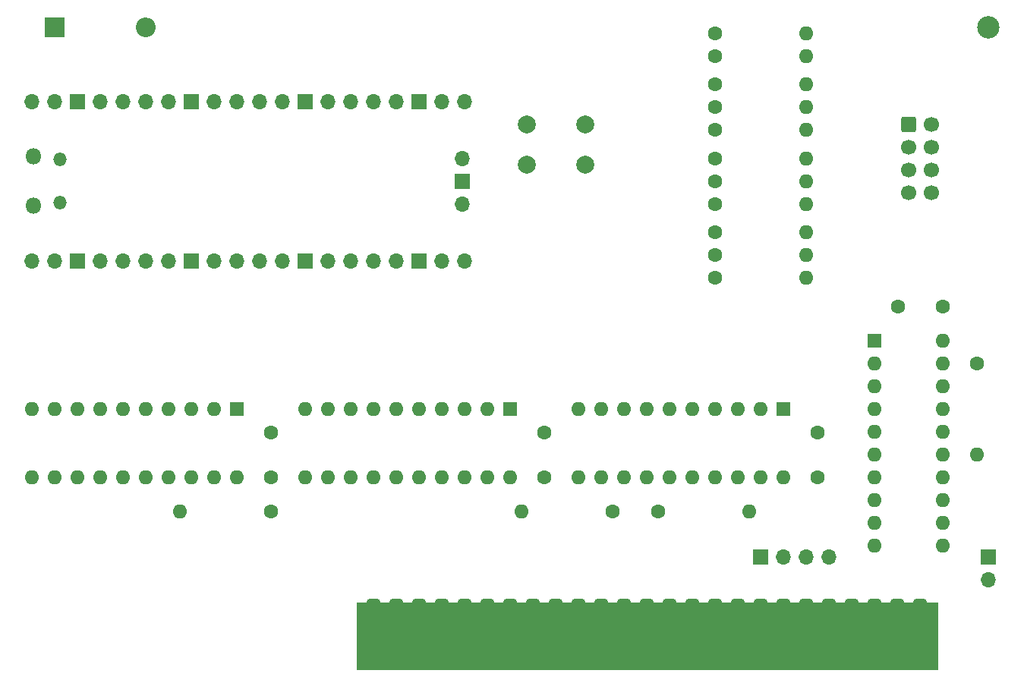
<source format=gbr>
%TF.GenerationSoftware,KiCad,Pcbnew,7.0.6*%
%TF.CreationDate,2023-09-09T11:39:23-04:00*%
%TF.ProjectId,AppleVGA,4170706c-6556-4474-912e-6b696361645f,B*%
%TF.SameCoordinates,Original*%
%TF.FileFunction,Soldermask,Bot*%
%TF.FilePolarity,Negative*%
%FSLAX46Y46*%
G04 Gerber Fmt 4.6, Leading zero omitted, Abs format (unit mm)*
G04 Created by KiCad (PCBNEW 7.0.6) date 2023-09-09 11:39:23*
%MOMM*%
%LPD*%
G01*
G04 APERTURE LIST*
G04 Aperture macros list*
%AMRoundRect*
0 Rectangle with rounded corners*
0 $1 Rounding radius*
0 $2 $3 $4 $5 $6 $7 $8 $9 X,Y pos of 4 corners*
0 Add a 4 corners polygon primitive as box body*
4,1,4,$2,$3,$4,$5,$6,$7,$8,$9,$2,$3,0*
0 Add four circle primitives for the rounded corners*
1,1,$1+$1,$2,$3*
1,1,$1+$1,$4,$5*
1,1,$1+$1,$6,$7*
1,1,$1+$1,$8,$9*
0 Add four rect primitives between the rounded corners*
20,1,$1+$1,$2,$3,$4,$5,0*
20,1,$1+$1,$4,$5,$6,$7,0*
20,1,$1+$1,$6,$7,$8,$9,0*
20,1,$1+$1,$8,$9,$2,$3,0*%
G04 Aperture macros list end*
%ADD10C,0.050000*%
%ADD11RoundRect,0.381000X0.381000X3.175000X-0.381000X3.175000X-0.381000X-3.175000X0.381000X-3.175000X0*%
%ADD12C,1.600000*%
%ADD13O,1.600000X1.600000*%
%ADD14O,1.800000X1.800000*%
%ADD15O,1.500000X1.500000*%
%ADD16O,1.700000X1.700000*%
%ADD17R,1.700000X1.700000*%
%ADD18R,2.200000X2.200000*%
%ADD19O,2.200000X2.200000*%
%ADD20C,2.000000*%
%ADD21R,1.600000X1.600000*%
%ADD22RoundRect,0.250000X-0.600000X-0.600000X0.600000X-0.600000X0.600000X0.600000X-0.600000X0.600000X0*%
%ADD23C,1.700000*%
%ADD24C,2.500000*%
G04 APERTURE END LIST*
D10*
%TO.C,J1*%
X120015000Y-133350000D02*
X184785000Y-133350000D01*
X184785000Y-133350000D02*
X184785000Y-140843000D01*
X184785000Y-140843000D02*
X120015000Y-140843000D01*
X120015000Y-140843000D02*
X120015000Y-133350000D01*
G36*
X120015000Y-133350000D02*
G01*
X184785000Y-133350000D01*
X184785000Y-140843000D01*
X120015000Y-140843000D01*
X120015000Y-133350000D01*
G37*
%TD*%
D11*
%TO.C,J1*%
X182880000Y-136525000D03*
X180340000Y-136525000D03*
X177800000Y-136525000D03*
X175260000Y-136525000D03*
X172720000Y-136525000D03*
X170180000Y-136525000D03*
X167640000Y-136525000D03*
X165100000Y-136525000D03*
X162560000Y-136525000D03*
X160020000Y-136525000D03*
X157480000Y-136525000D03*
X154940000Y-136525000D03*
X152400000Y-136525000D03*
X149860000Y-136525000D03*
X147320000Y-136525000D03*
X144780000Y-136525000D03*
X142240000Y-136525000D03*
X139700000Y-136525000D03*
X137160000Y-136525000D03*
X134620000Y-136525000D03*
X132080000Y-136525000D03*
X129540000Y-136525000D03*
X127000000Y-136525000D03*
X124460000Y-136525000D03*
X121920000Y-136525000D03*
%TD*%
D12*
%TO.C,R6*%
X160020000Y-80645000D03*
D13*
X170180000Y-80645000D03*
%TD*%
D12*
%TO.C,R7*%
X160020000Y-83820000D03*
D13*
X170180000Y-83820000D03*
%TD*%
D12*
%TO.C,R14*%
X160020000Y-72390000D03*
D13*
X170180000Y-72390000D03*
%TD*%
D12*
%TO.C,R13*%
X160020000Y-69850000D03*
D13*
X170180000Y-69850000D03*
%TD*%
D12*
%TO.C,R11*%
X160020000Y-94615000D03*
D13*
X170180000Y-94615000D03*
%TD*%
D12*
%TO.C,R12*%
X160020000Y-97155000D03*
D13*
X170180000Y-97155000D03*
%TD*%
D12*
%TO.C,R10*%
X160020000Y-92075000D03*
D13*
X170180000Y-92075000D03*
%TD*%
D12*
%TO.C,R8*%
X160020000Y-86360000D03*
D13*
X170180000Y-86360000D03*
%TD*%
D12*
%TO.C,R9*%
X160020000Y-88900000D03*
D13*
X170180000Y-88900000D03*
%TD*%
D14*
%TO.C,U6*%
X83950000Y-89085000D03*
D15*
X86980000Y-88785000D03*
X86980000Y-83935000D03*
D14*
X83950000Y-83635000D03*
D16*
X83820000Y-95250000D03*
X86360000Y-95250000D03*
D17*
X88900000Y-95250000D03*
D16*
X91440000Y-95250000D03*
X93980000Y-95250000D03*
X96520000Y-95250000D03*
X99060000Y-95250000D03*
D17*
X101600000Y-95250000D03*
D16*
X104140000Y-95250000D03*
X106680000Y-95250000D03*
X109220000Y-95250000D03*
X111760000Y-95250000D03*
D17*
X114300000Y-95250000D03*
D16*
X116840000Y-95250000D03*
X119380000Y-95250000D03*
X121920000Y-95250000D03*
X124460000Y-95250000D03*
D17*
X127000000Y-95250000D03*
D16*
X129540000Y-95250000D03*
X132080000Y-95250000D03*
X132080000Y-77470000D03*
X129540000Y-77470000D03*
D17*
X127000000Y-77470000D03*
D16*
X124460000Y-77470000D03*
X121920000Y-77470000D03*
X119380000Y-77470000D03*
X116840000Y-77470000D03*
D17*
X114300000Y-77470000D03*
D16*
X111760000Y-77470000D03*
X109220000Y-77470000D03*
X106680000Y-77470000D03*
X104140000Y-77470000D03*
D17*
X101600000Y-77470000D03*
D16*
X99060000Y-77470000D03*
X96520000Y-77470000D03*
X93980000Y-77470000D03*
X91440000Y-77470000D03*
D17*
X88900000Y-77470000D03*
D16*
X86360000Y-77470000D03*
X83820000Y-77470000D03*
X131850000Y-88900000D03*
D17*
X131850000Y-86360000D03*
D16*
X131850000Y-83820000D03*
%TD*%
D18*
%TO.C,D1*%
X86360000Y-69215000D03*
D19*
X96520000Y-69215000D03*
%TD*%
D20*
%TO.C,SW1*%
X138990000Y-80010000D03*
X145490000Y-80010000D03*
X138990000Y-84510000D03*
X145490000Y-84510000D03*
%TD*%
D21*
%TO.C,U1*%
X167640000Y-111760000D03*
D13*
X165100000Y-111760000D03*
X162560000Y-111760000D03*
X160020000Y-111760000D03*
X157480000Y-111760000D03*
X154940000Y-111760000D03*
X152400000Y-111760000D03*
X149860000Y-111760000D03*
X147320000Y-111760000D03*
X144780000Y-111760000D03*
X144780000Y-119380000D03*
X147320000Y-119380000D03*
X149860000Y-119380000D03*
X152400000Y-119380000D03*
X154940000Y-119380000D03*
X157480000Y-119380000D03*
X160020000Y-119380000D03*
X162560000Y-119380000D03*
X165100000Y-119380000D03*
X167640000Y-119380000D03*
%TD*%
D21*
%TO.C,U3*%
X106680000Y-111760000D03*
D13*
X104140000Y-111760000D03*
X101600000Y-111760000D03*
X99060000Y-111760000D03*
X96520000Y-111760000D03*
X93980000Y-111760000D03*
X91440000Y-111760000D03*
X88900000Y-111760000D03*
X86360000Y-111760000D03*
X83820000Y-111760000D03*
X83820000Y-119380000D03*
X86360000Y-119380000D03*
X88900000Y-119380000D03*
X91440000Y-119380000D03*
X93980000Y-119380000D03*
X96520000Y-119380000D03*
X99060000Y-119380000D03*
X101600000Y-119380000D03*
X104140000Y-119380000D03*
X106680000Y-119380000D03*
%TD*%
D21*
%TO.C,U2*%
X137160000Y-111760000D03*
D13*
X134620000Y-111760000D03*
X132080000Y-111760000D03*
X129540000Y-111760000D03*
X127000000Y-111760000D03*
X124460000Y-111760000D03*
X121920000Y-111760000D03*
X119380000Y-111760000D03*
X116840000Y-111760000D03*
X114300000Y-111760000D03*
X114300000Y-119380000D03*
X116840000Y-119380000D03*
X119380000Y-119380000D03*
X121920000Y-119380000D03*
X124460000Y-119380000D03*
X127000000Y-119380000D03*
X129540000Y-119380000D03*
X132080000Y-119380000D03*
X134620000Y-119380000D03*
X137160000Y-119380000D03*
%TD*%
D21*
%TO.C,U4*%
X177800000Y-104140000D03*
D13*
X177800000Y-106680000D03*
X177800000Y-109220000D03*
X177800000Y-111760000D03*
X177800000Y-114300000D03*
X177800000Y-116840000D03*
X177800000Y-119380000D03*
X177800000Y-121920000D03*
X177800000Y-124460000D03*
X177800000Y-127000000D03*
X185420000Y-127000000D03*
X185420000Y-124460000D03*
X185420000Y-121920000D03*
X185420000Y-119380000D03*
X185420000Y-116840000D03*
X185420000Y-114300000D03*
X185420000Y-111760000D03*
X185420000Y-109220000D03*
X185420000Y-106680000D03*
X185420000Y-104140000D03*
%TD*%
D12*
%TO.C,C3*%
X110490000Y-119380000D03*
X110490000Y-114380000D03*
%TD*%
%TO.C,C1*%
X171450000Y-119380000D03*
X171450000Y-114380000D03*
%TD*%
D22*
%TO.C,J2*%
X181610000Y-80010000D03*
D23*
X184150000Y-80010000D03*
X181610000Y-82550000D03*
X184150000Y-82550000D03*
X181610000Y-85090000D03*
X184150000Y-85090000D03*
X181610000Y-87630000D03*
X184150000Y-87630000D03*
%TD*%
D12*
%TO.C,R5*%
X160020000Y-78105000D03*
D13*
X170180000Y-78105000D03*
%TD*%
D12*
%TO.C,R4*%
X160020000Y-75565000D03*
D13*
X170180000Y-75565000D03*
%TD*%
D12*
%TO.C,R1*%
X153670000Y-123190000D03*
D13*
X163830000Y-123190000D03*
%TD*%
D12*
%TO.C,R15*%
X189230000Y-106680000D03*
D13*
X189230000Y-116840000D03*
%TD*%
D17*
%TO.C,TP1*%
X190500000Y-128270000D03*
D16*
X190500000Y-130810000D03*
%TD*%
D12*
%TO.C,C2*%
X140970000Y-119380000D03*
X140970000Y-114380000D03*
%TD*%
D17*
%TO.C,TP2*%
X165100000Y-128270000D03*
D16*
X167640000Y-128270000D03*
X170180000Y-128270000D03*
X172720000Y-128270000D03*
%TD*%
D12*
%TO.C,R3*%
X110490000Y-123190000D03*
D13*
X100330000Y-123190000D03*
%TD*%
D12*
%TO.C,C4*%
X185420000Y-100330000D03*
X180420000Y-100330000D03*
%TD*%
%TO.C,R2*%
X148590000Y-123190000D03*
D13*
X138430000Y-123190000D03*
%TD*%
D24*
%TO.C,REF\u002A\u002A*%
X190500000Y-69215000D03*
%TD*%
M02*

</source>
